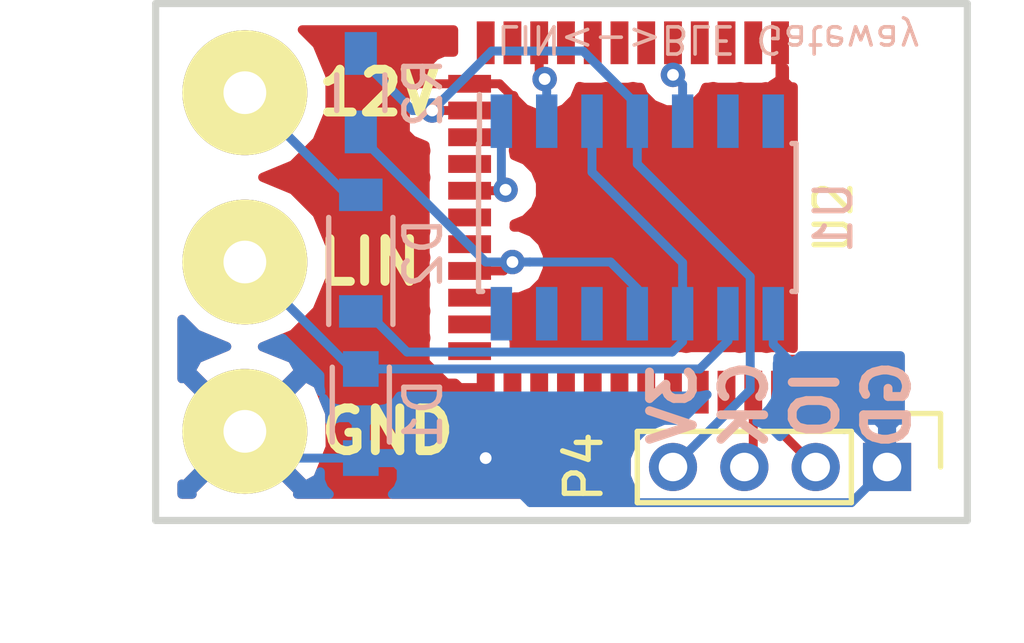
<source format=kicad_pcb>
(kicad_pcb (version 4) (host pcbnew 4.0.4+e1-6308~48~ubuntu16.04.1-stable)

  (general
    (links 22)
    (no_connects 0)
    (area 141.399999 96.399999 164.350001 111.100001)
    (thickness 1.6)
    (drawings 12)
    (tracks 100)
    (zones 0)
    (modules 9)
    (nets 12)
  )

  (page A4)
  (layers
    (0 F.Cu signal)
    (31 B.Cu signal)
    (32 B.Adhes user)
    (33 F.Adhes user)
    (34 B.Paste user)
    (35 F.Paste user)
    (36 B.SilkS user)
    (37 F.SilkS user)
    (38 B.Mask user)
    (39 F.Mask user)
    (40 Dwgs.User user)
    (41 Cmts.User user)
    (42 Eco1.User user)
    (43 Eco2.User user)
    (44 Edge.Cuts user)
    (45 Margin user)
    (46 B.CrtYd user)
    (47 F.CrtYd user)
    (48 B.Fab user)
    (49 F.Fab user)
  )

  (setup
    (last_trace_width 0.25)
    (trace_clearance 0.2)
    (zone_clearance 0.508)
    (zone_45_only no)
    (trace_min 0.1524)
    (segment_width 0.2)
    (edge_width 0.2)
    (via_size 0.6858)
    (via_drill 0.3302)
    (via_min_size 0.6858)
    (via_min_drill 0.3)
    (uvia_size 0.3)
    (uvia_drill 0.1)
    (uvias_allowed no)
    (uvia_min_size 0)
    (uvia_min_drill 0)
    (pcb_text_width 0.3)
    (pcb_text_size 1.5 1.5)
    (mod_edge_width 0.15)
    (mod_text_size 1 1)
    (mod_text_width 0.15)
    (pad_size 1.524 1.524)
    (pad_drill 0.762)
    (pad_to_mask_clearance 0.2)
    (aux_axis_origin 0 0)
    (visible_elements FFFEEF7F)
    (pcbplotparams
      (layerselection 0x00030_80000001)
      (usegerberextensions false)
      (excludeedgelayer true)
      (linewidth 0.100000)
      (plotframeref false)
      (viasonmask false)
      (mode 1)
      (useauxorigin false)
      (hpglpennumber 1)
      (hpglpenspeed 20)
      (hpglpendiameter 15)
      (hpglpenoverlay 2)
      (psnegative false)
      (psa4output false)
      (plotreference true)
      (plotvalue true)
      (plotinvisibletext false)
      (padsonsilk false)
      (subtractmaskfromsilk false)
      (outputformat 1)
      (mirror false)
      (drillshape 1)
      (scaleselection 1)
      (outputdirectory ""))
  )

  (net 0 "")
  (net 1 GND)
  (net 2 +12V)
  (net 3 "Net-(R2-Pad2)")
  (net 4 "Net-(U1-Pad1)")
  (net 5 "Net-(U1-Pad2)")
  (net 6 "Net-(U1-Pad5)")
  (net 7 "Net-(P4-Pad2)")
  (net 8 "Net-(P4-Pad3)")
  (net 9 "Net-(D1-Pad1)")
  (net 10 "Net-(D2-Pad2)")
  (net 11 +3V3)

  (net_class Default "This is the default net class."
    (clearance 0.2)
    (trace_width 0.25)
    (via_dia 0.6858)
    (via_drill 0.3302)
    (uvia_dia 0.3)
    (uvia_drill 0.1)
    (add_net +12V)
    (add_net +3V3)
    (add_net GND)
    (add_net "Net-(D1-Pad1)")
    (add_net "Net-(D2-Pad2)")
    (add_net "Net-(P4-Pad2)")
    (add_net "Net-(P4-Pad3)")
    (add_net "Net-(R2-Pad2)")
    (add_net "Net-(U1-Pad1)")
    (add_net "Net-(U1-Pad2)")
    (add_net "Net-(U1-Pad5)")
  )

  (module Wire_Pads:SolderWirePad_single_1-2mmDrill (layer F.Cu) (tedit 58086663) (tstamp 58085846)
    (at 144 99)
    (path /5807317B)
    (fp_text reference P3 (at -1.5 2) (layer F.SilkS) hide
      (effects (font (size 1 1) (thickness 0.15)))
    )
    (fp_text value CONN_01X01 (at -1.905 3.175) (layer F.Fab)
      (effects (font (size 1 1) (thickness 0.15)))
    )
    (pad 1 thru_hole circle (at 0 0) (size 3.50012 3.50012) (drill 1.19888) (layers *.Cu *.Mask F.SilkS)
      (net 10 "Net-(D2-Pad2)"))
  )

  (module footprints:BL652-SA (layer F.Cu) (tedit 580709F4) (tstamp 580718EF)
    (at 157.5 102.5 270)
    (path /5807152B)
    (fp_text reference U2 (at 0 -3 270) (layer F.SilkS)
      (effects (font (size 1 1) (thickness 0.15)))
    )
    (fp_text value BL652 (at -0.65 -3.3 270) (layer F.Fab)
      (effects (font (size 1 1) (thickness 0.15)))
    )
    (fp_line (start -5 7.3) (end -5 -6.7) (layer F.CrtYd) (width 0.15))
    (fp_line (start 5 7.3) (end -5 7.3) (layer F.CrtYd) (width 0.15))
    (fp_line (start 5 -6.7) (end 5 7.3) (layer F.CrtYd) (width 0.15))
    (fp_line (start 5 -6.7) (end -5 -6.7) (layer F.CrtYd) (width 0.15))
    (pad 1 smd rect (at 4.9 -4.5 270) (size 1.2 0.5) (layers F.Cu F.Paste F.Mask)
      (net 1 GND))
    (pad 2 smd rect (at 4.9 -3.75 270) (size 1.2 0.5) (layers F.Cu F.Paste F.Mask))
    (pad 3 smd rect (at 4.9 -3 270) (size 1.2 0.5) (layers F.Cu F.Paste F.Mask))
    (pad 4 smd rect (at 4.9 -2.25 270) (size 1.2 0.5) (layers F.Cu F.Paste F.Mask))
    (pad 5 smd rect (at 4.9 -1.5 270) (size 1.2 0.5) (layers F.Cu F.Paste F.Mask)
      (net 7 "Net-(P4-Pad2)"))
    (pad 6 smd rect (at 4.9 -0.75 270) (size 1.2 0.5) (layers F.Cu F.Paste F.Mask)
      (net 8 "Net-(P4-Pad3)"))
    (pad 7 smd rect (at 4.9 0 270) (size 1.2 0.5) (layers F.Cu F.Paste F.Mask))
    (pad 8 smd rect (at 4.9 0.75 270) (size 1.2 0.5) (layers F.Cu F.Paste F.Mask))
    (pad 9 smd rect (at 4.9 1.5 270) (size 1.2 0.5) (layers F.Cu F.Paste F.Mask))
    (pad 10 smd rect (at 4.9 2.25 270) (size 1.2 0.5) (layers F.Cu F.Paste F.Mask))
    (pad 11 smd rect (at 4.9 3 270) (size 1.2 0.5) (layers F.Cu F.Paste F.Mask))
    (pad 12 smd rect (at 4.9 3.75 270) (size 1.2 0.5) (layers F.Cu F.Paste F.Mask))
    (pad 13 smd rect (at 4.9 4.5 270) (size 1.2 0.5) (layers F.Cu F.Paste F.Mask))
    (pad 14 smd rect (at 4.9 5.25 270) (size 1.2 0.5) (layers F.Cu F.Paste F.Mask))
    (pad 15 smd rect (at 4.9 6 270) (size 1.2 0.5) (layers F.Cu F.Paste F.Mask))
    (pad 16 smd rect (at 4.9 6.75 270) (size 1.2 0.5) (layers F.Cu F.Paste F.Mask)
      (net 1 GND))
    (pad 17 smd rect (at 3.75 7.2 180) (size 1.2 0.5) (layers F.Cu F.Paste F.Mask))
    (pad 18 smd rect (at 3 7.2 180) (size 1.2 0.5) (layers F.Cu F.Paste F.Mask))
    (pad 19 smd rect (at 2.25 7.2 180) (size 1.2 0.5) (layers F.Cu F.Paste F.Mask))
    (pad 20 smd rect (at 1.5 7.2 180) (size 1.2 0.5) (layers F.Cu F.Paste F.Mask)
      (net 3 "Net-(R2-Pad2)"))
    (pad 21 smd rect (at 0.75 7.2 180) (size 1.2 0.5) (layers F.Cu F.Paste F.Mask))
    (pad 22 smd rect (at 0 7.2 180) (size 1.2 0.5) (layers F.Cu F.Paste F.Mask))
    (pad 23 smd rect (at -0.75 7.2 180) (size 1.2 0.5) (layers F.Cu F.Paste F.Mask)
      (net 4 "Net-(U1-Pad1)"))
    (pad 24 smd rect (at -1.5 7.2 180) (size 1.2 0.5) (layers F.Cu F.Paste F.Mask))
    (pad 25 smd rect (at -2.25 7.2 180) (size 1.2 0.5) (layers F.Cu F.Paste F.Mask))
    (pad 26 smd rect (at -3 7.2 180) (size 1.2 0.5) (layers F.Cu F.Paste F.Mask)
      (net 11 +3V3))
    (pad 27 smd rect (at -3.75 7.2 180) (size 1.2 0.5) (layers F.Cu F.Paste F.Mask)
      (net 1 GND))
    (pad 28 smd rect (at -4.9 6.75 270) (size 1.2 0.5) (layers F.Cu F.Paste F.Mask))
    (pad 29 smd rect (at -4.9 6 270) (size 1.2 0.5) (layers F.Cu F.Paste F.Mask))
    (pad 30 smd rect (at -4.9 5.25 270) (size 1.2 0.5) (layers F.Cu F.Paste F.Mask)
      (net 5 "Net-(U1-Pad2)"))
    (pad 31 smd rect (at -4.9 4.5 270) (size 1.2 0.5) (layers F.Cu F.Paste F.Mask))
    (pad 32 smd rect (at -4.9 3.75 270) (size 1.2 0.5) (layers F.Cu F.Paste F.Mask))
    (pad 33 smd rect (at -4.9 3 270) (size 1.2 0.5) (layers F.Cu F.Paste F.Mask))
    (pad 34 smd rect (at -4.9 2.25 270) (size 1.2 0.5) (layers F.Cu F.Paste F.Mask))
    (pad 35 smd rect (at -4.9 1.5 270) (size 1.2 0.5) (layers F.Cu F.Paste F.Mask)
      (net 6 "Net-(U1-Pad5)"))
    (pad 36 smd rect (at -4.9 0.75 270) (size 1.2 0.5) (layers F.Cu F.Paste F.Mask))
    (pad 37 smd rect (at -4.9 0 270) (size 1.2 0.5) (layers F.Cu F.Paste F.Mask))
    (pad 38 smd rect (at -4.9 -0.75 270) (size 1.2 0.5) (layers F.Cu F.Paste F.Mask))
    (pad 39 smd rect (at -4.9 -1.5 270) (size 1.2 0.5) (layers F.Cu F.Paste F.Mask)
      (net 1 GND))
  )

  (module Resistors_SMD:R_0603_HandSoldering (layer B.Cu) (tedit 5418A00F) (tstamp 58071F28)
    (at 147.25 99 270)
    (descr "Resistor SMD 0603, hand soldering")
    (tags "resistor 0603")
    (path /58073BC8)
    (attr smd)
    (fp_text reference R2 (at 0 -1.75 270) (layer B.SilkS)
      (effects (font (size 1 1) (thickness 0.15)) (justify mirror))
    )
    (fp_text value 10k (at 0 -1.9 270) (layer B.Fab)
      (effects (font (size 1 1) (thickness 0.15)) (justify mirror))
    )
    (fp_line (start -2 0.8) (end 2 0.8) (layer B.CrtYd) (width 0.05))
    (fp_line (start -2 -0.8) (end 2 -0.8) (layer B.CrtYd) (width 0.05))
    (fp_line (start -2 0.8) (end -2 -0.8) (layer B.CrtYd) (width 0.05))
    (fp_line (start 2 0.8) (end 2 -0.8) (layer B.CrtYd) (width 0.05))
    (fp_line (start 0.5 -0.675) (end -0.5 -0.675) (layer B.SilkS) (width 0.15))
    (fp_line (start -0.5 0.675) (end 0.5 0.675) (layer B.SilkS) (width 0.15))
    (pad 1 smd rect (at -1.1 0 270) (size 1.2 0.9) (layers B.Cu B.Paste B.Mask)
      (net 11 +3V3))
    (pad 2 smd rect (at 1.1 0 270) (size 1.2 0.9) (layers B.Cu B.Paste B.Mask)
      (net 3 "Net-(R2-Pad2)"))
    (model Resistors_SMD.3dshapes/R_0603_HandSoldering.wrl
      (at (xyz 0 0 0))
      (scale (xyz 1 1 1))
      (rotate (xyz 0 0 0))
    )
  )

  (module Housings_SOIC:SOIC-14_3.9x8.7mm_Pitch1.27mm (layer B.Cu) (tedit 574D9791) (tstamp 580718C0)
    (at 155 102.5 270)
    (descr "14-Lead Plastic Small Outline (SL) - Narrow, 3.90 mm Body [SOIC] (see Microchip Packaging Specification 00000049BS.pdf)")
    (tags "SOIC 1.27")
    (path /5807224D)
    (attr smd)
    (fp_text reference U1 (at 0 -5.5 270) (layer B.SilkS)
      (effects (font (size 1 1) (thickness 0.15)) (justify mirror))
    )
    (fp_text value MCP2050 (at 0 -5.375 270) (layer B.Fab)
      (effects (font (size 1 1) (thickness 0.15)) (justify mirror))
    )
    (fp_line (start -0.95 4.35) (end 1.95 4.35) (layer B.Fab) (width 0.15))
    (fp_line (start 1.95 4.35) (end 1.95 -4.35) (layer B.Fab) (width 0.15))
    (fp_line (start 1.95 -4.35) (end -1.95 -4.35) (layer B.Fab) (width 0.15))
    (fp_line (start -1.95 -4.35) (end -1.95 3.35) (layer B.Fab) (width 0.15))
    (fp_line (start -1.95 3.35) (end -0.95 4.35) (layer B.Fab) (width 0.15))
    (fp_line (start -3.7 4.65) (end -3.7 -4.65) (layer B.CrtYd) (width 0.05))
    (fp_line (start 3.7 4.65) (end 3.7 -4.65) (layer B.CrtYd) (width 0.05))
    (fp_line (start -3.7 4.65) (end 3.7 4.65) (layer B.CrtYd) (width 0.05))
    (fp_line (start -3.7 -4.65) (end 3.7 -4.65) (layer B.CrtYd) (width 0.05))
    (fp_line (start -2.075 4.45) (end -2.075 4.425) (layer B.SilkS) (width 0.15))
    (fp_line (start 2.075 4.45) (end 2.075 4.335) (layer B.SilkS) (width 0.15))
    (fp_line (start 2.075 -4.45) (end 2.075 -4.335) (layer B.SilkS) (width 0.15))
    (fp_line (start -2.075 -4.45) (end -2.075 -4.335) (layer B.SilkS) (width 0.15))
    (fp_line (start -2.075 4.45) (end 2.075 4.45) (layer B.SilkS) (width 0.15))
    (fp_line (start -2.075 -4.45) (end 2.075 -4.45) (layer B.SilkS) (width 0.15))
    (fp_line (start -2.075 4.425) (end -3.45 4.425) (layer B.SilkS) (width 0.15))
    (pad 1 smd rect (at -2.7 3.81 270) (size 1.5 0.6) (layers B.Cu B.Paste B.Mask)
      (net 4 "Net-(U1-Pad1)"))
    (pad 2 smd rect (at -2.7 2.54 270) (size 1.5 0.6) (layers B.Cu B.Paste B.Mask)
      (net 5 "Net-(U1-Pad2)"))
    (pad 3 smd rect (at -2.7 1.27 270) (size 1.5 0.6) (layers B.Cu B.Paste B.Mask)
      (net 2 +12V))
    (pad 4 smd rect (at -2.7 0 270) (size 1.5 0.6) (layers B.Cu B.Paste B.Mask)
      (net 11 +3V3))
    (pad 5 smd rect (at -2.7 -1.27 270) (size 1.5 0.6) (layers B.Cu B.Paste B.Mask)
      (net 6 "Net-(U1-Pad5)"))
    (pad 6 smd rect (at -2.7 -2.54 270) (size 1.5 0.6) (layers B.Cu B.Paste B.Mask))
    (pad 7 smd rect (at -2.7 -3.81 270) (size 1.5 0.6) (layers B.Cu B.Paste B.Mask))
    (pad 8 smd rect (at 2.7 -3.81 270) (size 1.5 0.6) (layers B.Cu B.Paste B.Mask)
      (net 1 GND))
    (pad 9 smd rect (at 2.7 -2.54 270) (size 1.5 0.6) (layers B.Cu B.Paste B.Mask)
      (net 9 "Net-(D1-Pad1)"))
    (pad 10 smd rect (at 2.7 -1.27 270) (size 1.5 0.6) (layers B.Cu B.Paste B.Mask)
      (net 2 +12V))
    (pad 11 smd rect (at 2.7 0 270) (size 1.5 0.6) (layers B.Cu B.Paste B.Mask)
      (net 3 "Net-(R2-Pad2)"))
    (pad 12 smd rect (at 2.7 1.27 270) (size 1.5 0.6) (layers B.Cu B.Paste B.Mask))
    (pad 13 smd rect (at 2.7 2.54 270) (size 1.5 0.6) (layers B.Cu B.Paste B.Mask))
    (pad 14 smd rect (at 2.7 3.81 270) (size 1.5 0.6) (layers B.Cu B.Paste B.Mask))
    (model Housings_SOIC.3dshapes/SOIC-14_3.9x8.7mm_Pitch1.27mm.wrl
      (at (xyz 0 0 0))
      (scale (xyz 1 1 1))
      (rotate (xyz 0 0 0))
    )
  )

  (module Wire_Pads:SolderWirePad_single_1-2mmDrill (layer F.Cu) (tedit 58086669) (tstamp 5808583E)
    (at 144 108.5)
    (path /580732CF)
    (fp_text reference P1 (at -1.5 1.75) (layer F.SilkS) hide
      (effects (font (size 1 1) (thickness 0.15)))
    )
    (fp_text value CONN_01X01 (at -1.905 3.175) (layer F.Fab)
      (effects (font (size 1 1) (thickness 0.15)))
    )
    (pad 1 thru_hole circle (at 0 0) (size 3.50012 3.50012) (drill 1.19888) (layers *.Cu *.Mask F.SilkS)
      (net 1 GND))
  )

  (module Wire_Pads:SolderWirePad_single_1-2mmDrill (layer F.Cu) (tedit 58086667) (tstamp 58085842)
    (at 144 103.75)
    (path /58073289)
    (fp_text reference P2 (at -1.5 2) (layer F.SilkS) hide
      (effects (font (size 1 1) (thickness 0.15)))
    )
    (fp_text value CONN_01X01 (at -1.905 3.175) (layer F.Fab)
      (effects (font (size 1 1) (thickness 0.15)))
    )
    (pad 1 thru_hole circle (at 0 0) (size 3.50012 3.50012) (drill 1.19888) (layers *.Cu *.Mask F.SilkS)
      (net 9 "Net-(D1-Pad1)"))
  )

  (module Diodes_SMD:SOD-323_HandSoldering (layer B.Cu) (tedit 57A875DC) (tstamp 580859B7)
    (at 147.25 108 270)
    (descr SOD-323)
    (tags SOD-323)
    (path /58088341)
    (attr smd)
    (fp_text reference D1 (at 0 -1.75 270) (layer B.SilkS)
      (effects (font (size 1 1) (thickness 0.15)) (justify mirror))
    )
    (fp_text value RSB36V (at 0.1 -1.9 270) (layer B.Fab)
      (effects (font (size 1 1) (thickness 0.15)) (justify mirror))
    )
    (fp_line (start 0.2 0) (end 0.45 0) (layer B.Fab) (width 0.15))
    (fp_line (start 0.2 -0.35) (end -0.3 0) (layer B.Fab) (width 0.15))
    (fp_line (start 0.2 0.35) (end 0.2 -0.35) (layer B.Fab) (width 0.15))
    (fp_line (start -0.3 0) (end 0.2 0.35) (layer B.Fab) (width 0.15))
    (fp_line (start -0.3 0) (end -0.5 0) (layer B.Fab) (width 0.15))
    (fp_line (start -0.3 0.35) (end -0.3 -0.35) (layer B.Fab) (width 0.15))
    (fp_line (start -0.85 -0.65) (end -0.85 0.65) (layer B.Fab) (width 0.15))
    (fp_line (start 0.85 -0.65) (end -0.85 -0.65) (layer B.Fab) (width 0.15))
    (fp_line (start 0.85 0.65) (end 0.85 -0.65) (layer B.Fab) (width 0.15))
    (fp_line (start -0.85 0.65) (end 0.85 0.65) (layer B.Fab) (width 0.15))
    (fp_line (start -1.9 0.95) (end 1.9 0.95) (layer B.CrtYd) (width 0.05))
    (fp_line (start 1.9 0.95) (end 1.9 -0.95) (layer B.CrtYd) (width 0.05))
    (fp_line (start -1.9 -0.95) (end 1.9 -0.95) (layer B.CrtYd) (width 0.05))
    (fp_line (start -1.9 0.95) (end -1.9 -0.95) (layer B.CrtYd) (width 0.05))
    (fp_line (start -1.3 -0.8) (end 0.8 -0.8) (layer B.SilkS) (width 0.15))
    (fp_line (start -1.3 0.8) (end 0.8 0.8) (layer B.SilkS) (width 0.15))
    (pad 1 smd rect (at -1.25 0 270) (size 1 1) (layers B.Cu B.Paste B.Mask)
      (net 9 "Net-(D1-Pad1)"))
    (pad 2 smd rect (at 1.25 0 270) (size 1 1) (layers B.Cu B.Paste B.Mask)
      (net 1 GND))
    (model Diodes_SMD.3dshapes/SOD-323.wrl
      (at (xyz 0 0 0))
      (scale (xyz 1 1 1))
      (rotate (xyz 0 0 180))
    )
  )

  (module Diodes_SMD:SOD-123 (layer B.Cu) (tedit 5753A53E) (tstamp 580859BD)
    (at 147.25 103.5 90)
    (descr SOD-123)
    (tags SOD-123)
    (path /58088008)
    (attr smd)
    (fp_text reference D2 (at 0 1.75 90) (layer B.SilkS)
      (effects (font (size 1 1) (thickness 0.15)) (justify mirror))
    )
    (fp_text value D (at 0 -2.1 90) (layer B.Fab)
      (effects (font (size 1 1) (thickness 0.15)) (justify mirror))
    )
    (fp_line (start 0.25 0) (end 0.75 0) (layer B.Fab) (width 0.15))
    (fp_line (start 0.25 -0.4) (end -0.35 0) (layer B.Fab) (width 0.15))
    (fp_line (start 0.25 0.4) (end 0.25 -0.4) (layer B.Fab) (width 0.15))
    (fp_line (start -0.35 0) (end 0.25 0.4) (layer B.Fab) (width 0.15))
    (fp_line (start -0.35 0) (end -0.35 -0.55) (layer B.Fab) (width 0.15))
    (fp_line (start -0.35 0) (end -0.35 0.55) (layer B.Fab) (width 0.15))
    (fp_line (start -0.75 0) (end -0.35 0) (layer B.Fab) (width 0.15))
    (fp_line (start -1.35 -0.8) (end -1.35 0.8) (layer B.Fab) (width 0.15))
    (fp_line (start 1.35 -0.8) (end -1.35 -0.8) (layer B.Fab) (width 0.15))
    (fp_line (start 1.35 0.8) (end 1.35 -0.8) (layer B.Fab) (width 0.15))
    (fp_line (start -1.35 0.8) (end 1.35 0.8) (layer B.Fab) (width 0.15))
    (fp_line (start -2.25 1.05) (end 2.25 1.05) (layer B.CrtYd) (width 0.05))
    (fp_line (start 2.25 1.05) (end 2.25 -1.05) (layer B.CrtYd) (width 0.05))
    (fp_line (start 2.25 -1.05) (end -2.25 -1.05) (layer B.CrtYd) (width 0.05))
    (fp_line (start -2.25 1.05) (end -2.25 -1.05) (layer B.CrtYd) (width 0.05))
    (fp_line (start -2 -0.9) (end 1 -0.9) (layer B.SilkS) (width 0.15))
    (fp_line (start -2 0.9) (end 1 0.9) (layer B.SilkS) (width 0.15))
    (pad 1 smd rect (at -1.635 0 90) (size 0.91 1.22) (layers B.Cu B.Paste B.Mask)
      (net 2 +12V))
    (pad 2 smd rect (at 1.635 0 90) (size 0.91 1.22) (layers B.Cu B.Paste B.Mask)
      (net 10 "Net-(D2-Pad2)"))
    (model ${KISYS3DMOD}/Diodes_SMD.3dshapes/SOD-123.wrl
      (at (xyz 0 0 0))
      (scale (xyz 1 1 1))
      (rotate (xyz 0 0 0))
    )
  )

  (module Pin_Headers:Pin_Header_Straight_1x04_Pitch2.00mm (layer F.Cu) (tedit 56FA75DA) (tstamp 58085EF5)
    (at 162 109.5 270)
    (descr "Through hole pin header, 1x04, 2.00mm pitch, single row")
    (tags "pin header single row")
    (path /580874C5)
    (fp_text reference P4 (at 0 8.5 270) (layer F.SilkS)
      (effects (font (size 1 1) (thickness 0.15)))
    )
    (fp_text value CONN_01X03 (at 0 -3 270) (layer F.Fab)
      (effects (font (size 1 1) (thickness 0.15)))
    )
    (fp_line (start -1 1) (end 1 1) (layer F.SilkS) (width 0.15))
    (fp_line (start 1 1) (end 1 7) (layer F.SilkS) (width 0.15))
    (fp_line (start 1 7) (end -1 7) (layer F.SilkS) (width 0.15))
    (fp_line (start -1 7) (end -1 1) (layer F.SilkS) (width 0.15))
    (fp_line (start -1.6 -1.6) (end 1.6 -1.6) (layer F.CrtYd) (width 0.05))
    (fp_line (start 1.6 -1.6) (end 1.6 7.6) (layer F.CrtYd) (width 0.05))
    (fp_line (start 1.6 7.6) (end -1.6 7.6) (layer F.CrtYd) (width 0.05))
    (fp_line (start -1.6 7.6) (end -1.6 -1.6) (layer F.CrtYd) (width 0.05))
    (fp_line (start -1.5 0) (end -1.5 -1.5) (layer F.SilkS) (width 0.15))
    (fp_line (start -1.5 -1.5) (end 0 -1.5) (layer F.SilkS) (width 0.15))
    (pad 1 thru_hole rect (at 0 0 270) (size 1.35 1.35) (drill 0.8) (layers *.Cu *.Mask)
      (net 1 GND))
    (pad 2 thru_hole circle (at 0 2 270) (size 1.35 1.35) (drill 0.8) (layers *.Cu *.Mask)
      (net 7 "Net-(P4-Pad2)"))
    (pad 3 thru_hole circle (at 0 4 270) (size 1.35 1.35) (drill 0.8) (layers *.Cu *.Mask)
      (net 8 "Net-(P4-Pad3)"))
    (pad 4 thru_hole circle (at 0 6 270) (size 1.35 1.35) (drill 0.8) (layers *.Cu *.Mask)
      (net 11 +3V3))
    (model Pin_Headers.3dshapes/Pin_Header_Straight_1x04_Pitch2.00mm.wrl
      (at (xyz 0 0 0))
      (scale (xyz 1 1 1))
      (rotate (xyz 0 0 0))
    )
  )

  (gr_text "LIN<->BLE Gateway" (at 157 97.5 180) (layer B.SilkS)
    (effects (font (size 0.762 0.762) (thickness 0.1016)) (justify mirror))
  )
  (gr_text 12V (at 147.75 99) (layer F.SilkS) (tstamp 580866BB)
    (effects (font (size 1.2 1.2) (thickness 0.25)))
  )
  (gr_text GND (at 148 108.5) (layer F.SilkS) (tstamp 580866A5)
    (effects (font (size 1.2 1.2) (thickness 0.25)))
  )
  (gr_text LIN (at 147.5 103.75) (layer F.SilkS) (tstamp 58086673)
    (effects (font (size 1.2 1.2) (thickness 0.25)))
  )
  (gr_text 3V (at 156 107.75 90) (layer B.SilkS) (tstamp 580865F5)
    (effects (font (size 1.2 1.2) (thickness 0.25)) (justify mirror))
  )
  (gr_text CK (at 158 107.75 90) (layer B.SilkS) (tstamp 580865F4)
    (effects (font (size 1.2 1.2) (thickness 0.25)) (justify mirror))
  )
  (gr_text GD (at 162 107.75 90) (layer B.SilkS) (tstamp 580865F1)
    (effects (font (size 1.2 1.2) (thickness 0.25)) (justify mirror))
  )
  (gr_text IO (at 160 107.75 90) (layer B.SilkS)
    (effects (font (size 1.2 1.2) (thickness 0.25)) (justify mirror))
  )
  (gr_line (start 141.5 96.5) (end 164.25 96.5) (layer Edge.Cuts) (width 0.2))
  (gr_line (start 141.5 111) (end 141.5 96.5) (layer Edge.Cuts) (width 0.2))
  (gr_line (start 164.25 111) (end 141.5 111) (layer Edge.Cuts) (width 0.2))
  (gr_line (start 164.25 96.5) (end 164.25 111) (layer Edge.Cuts) (width 0.2))

  (segment (start 164.25 111) (end 164.25 96.25) (width 0.25) (layer Dwgs.User) (net 0))
  (segment (start 164.25 96.5) (end 164.25 111) (width 0.25) (layer Dwgs.User) (net 0))
  (segment (start 150.3 98.75) (end 148.82497 98.75) (width 0.25) (layer F.Cu) (net 1))
  (segment (start 148.82497 98.75) (end 148.5 99.07497) (width 0.25) (layer F.Cu) (net 1))
  (segment (start 148.5 99.07497) (end 148.5 106.000022) (width 0.25) (layer F.Cu) (net 1))
  (segment (start 148.5 106.000022) (end 149.899978 107.4) (width 0.25) (layer F.Cu) (net 1))
  (segment (start 149.899978 107.4) (end 150.25 107.4) (width 0.25) (layer F.Cu) (net 1))
  (segment (start 150.25 107.4) (end 150.75 107.4) (width 0.25) (layer F.Cu) (net 1))
  (segment (start 162 109.5) (end 160.999999 110.500001) (width 0.25) (layer B.Cu) (net 1))
  (segment (start 160.999999 110.500001) (end 151.999989 110.500001) (width 0.25) (layer B.Cu) (net 1))
  (segment (start 151.999989 110.500001) (end 151.049987 109.549999) (width 0.25) (layer B.Cu) (net 1))
  (segment (start 151.049987 109.549999) (end 150.749988 109.25) (width 0.25) (layer B.Cu) (net 1))
  (segment (start 150.75 109.249988) (end 150.749988 109.25) (width 0.25) (layer B.Cu) (net 1))
  (segment (start 150.749988 108.250012) (end 150.749988 108.825736) (width 0.25) (layer F.Cu) (net 1))
  (segment (start 150.75 108.25) (end 150.749988 108.250012) (width 0.25) (layer F.Cu) (net 1))
  (segment (start 150.749988 108.825736) (end 150.749988 109.25) (width 0.25) (layer F.Cu) (net 1))
  (segment (start 150.75 109.249988) (end 150.749988 109.25) (width 0.25) (layer F.Cu) (net 1))
  (via (at 150.749988 109.25) (size 0.6858) (drill 0.3302) (layers F.Cu B.Cu) (net 1))
  (segment (start 150.75 107.4) (end 150.75 109.249988) (width 0.25) (layer F.Cu) (net 1))
  (segment (start 147.25 109.25) (end 150.749988 109.25) (width 0.25) (layer B.Cu) (net 1))
  (segment (start 158.81 105.2) (end 158.81 106.06) (width 0.25) (layer B.Cu) (net 1))
  (segment (start 158.81 106.06) (end 162 109.25) (width 0.25) (layer B.Cu) (net 1))
  (segment (start 162 109.25) (end 162 109.5) (width 0.25) (layer B.Cu) (net 1))
  (segment (start 159 97.6) (end 159 99.75) (width 0.25) (layer F.Cu) (net 1))
  (segment (start 150.3 98.75) (end 151.139999 98.75) (width 0.25) (layer F.Cu) (net 1))
  (segment (start 151.139999 98.75) (end 152.14001 99.750011) (width 0.25) (layer F.Cu) (net 1))
  (segment (start 152.14001 99.750011) (end 158.999989 99.750011) (width 0.25) (layer F.Cu) (net 1))
  (segment (start 158.999989 99.750011) (end 159 99.75) (width 0.25) (layer F.Cu) (net 1))
  (segment (start 159 99.75) (end 159 106.474999) (width 0.25) (layer F.Cu) (net 1))
  (segment (start 147.25 109.25) (end 144.75 109.25) (width 0.25) (layer B.Cu) (net 1))
  (segment (start 144.75 109.25) (end 144 108.5) (width 0.25) (layer B.Cu) (net 1))
  (segment (start 162 107.4) (end 162 109.5) (width 0.25) (layer F.Cu) (net 1))
  (segment (start 159 106.474999) (end 161.760001 106.474999) (width 0.25) (layer F.Cu) (net 1))
  (segment (start 161.760001 106.474999) (end 162 106.714998) (width 0.25) (layer F.Cu) (net 1))
  (segment (start 162 106.714998) (end 162 107.4) (width 0.25) (layer F.Cu) (net 1))
  (segment (start 162 109.5) (end 161.5 110) (width 0.25) (layer F.Cu) (net 1))
  (segment (start 156.27 105.2) (end 156.27 105.98) (width 0.25) (layer B.Cu) (net 2))
  (segment (start 156.27 105.98) (end 155.974999 106.275001) (width 0.25) (layer B.Cu) (net 2))
  (segment (start 155.974999 106.275001) (end 148.545001 106.275001) (width 0.25) (layer B.Cu) (net 2))
  (segment (start 148.545001 106.275001) (end 147.405 105.135) (width 0.25) (layer B.Cu) (net 2))
  (segment (start 147.405 105.135) (end 147.25 105.135) (width 0.25) (layer B.Cu) (net 2))
  (segment (start 153.73 99.8) (end 153.73 101.23) (width 0.25) (layer B.Cu) (net 2))
  (segment (start 153.73 101.23) (end 156.27 103.77) (width 0.25) (layer B.Cu) (net 2))
  (segment (start 156.27 103.77) (end 156.27 104.2) (width 0.25) (layer B.Cu) (net 2))
  (segment (start 156.27 104.2) (end 156.27 105.2) (width 0.25) (layer B.Cu) (net 2))
  (segment (start 155 105.2) (end 155 104.5) (width 0.25) (layer B.Cu) (net 3))
  (segment (start 154.250016 103.750016) (end 151.984933 103.750016) (width 0.25) (layer B.Cu) (net 3))
  (segment (start 155 104.5) (end 154.250016 103.750016) (width 0.25) (layer B.Cu) (net 3))
  (segment (start 151.984933 103.750016) (end 151.5 103.750016) (width 0.25) (layer B.Cu) (net 3))
  (segment (start 150.3 104) (end 151.25 104) (width 0.25) (layer F.Cu) (net 3))
  (segment (start 151.25 104) (end 151.5 103.75) (width 0.25) (layer F.Cu) (net 3))
  (segment (start 151.5 103.75) (end 151.5 103.750016) (width 0.25) (layer F.Cu) (net 3))
  (segment (start 147.25 100.1) (end 147.25 100.25) (width 0.25) (layer B.Cu) (net 3))
  (segment (start 151.499984 103.750016) (end 151.5 103.750016) (width 0.25) (layer B.Cu) (net 3))
  (segment (start 147.25 100.25) (end 150.75 103.75) (width 0.25) (layer B.Cu) (net 3))
  (segment (start 150.75 103.75) (end 151.499968 103.75) (width 0.25) (layer B.Cu) (net 3))
  (segment (start 151.499968 103.75) (end 151.499984 103.750016) (width 0.25) (layer B.Cu) (net 3))
  (via (at 151.5 103.750016) (size 0.6858) (drill 0.3302) (layers F.Cu B.Cu) (net 3))
  (segment (start 151.19 101.607331) (end 151.30689 101.724221) (width 0.25) (layer B.Cu) (net 4))
  (segment (start 151.19 99.8) (end 151.19 101.607331) (width 0.25) (layer B.Cu) (net 4))
  (segment (start 150.3 101.75) (end 151.281111 101.75) (width 0.25) (layer F.Cu) (net 4))
  (segment (start 151.281111 101.75) (end 151.30689 101.724221) (width 0.25) (layer F.Cu) (net 4))
  (via (at 151.30689 101.724221) (size 0.6858) (drill 0.3302) (layers F.Cu B.Cu) (net 4))
  (segment (start 152.46 98.674646) (end 152.402436 98.617082) (width 0.25) (layer B.Cu) (net 5))
  (segment (start 152.46 99.8) (end 152.46 98.674646) (width 0.25) (layer B.Cu) (net 5))
  (via (at 152.402436 98.617082) (size 0.6858) (drill 0.3302) (layers F.Cu B.Cu) (net 5))
  (segment (start 152.25 98.464646) (end 152.402436 98.617082) (width 0.25) (layer F.Cu) (net 5))
  (segment (start 152.25 97.6) (end 152.25 98.464646) (width 0.25) (layer F.Cu) (net 5))
  (segment (start 156 98.5) (end 156 97.6) (width 0.25) (layer F.Cu) (net 6))
  (segment (start 156.27 99.8) (end 156.27 98.77) (width 0.25) (layer B.Cu) (net 6))
  (segment (start 156.27 98.77) (end 156 98.5) (width 0.25) (layer B.Cu) (net 6))
  (via (at 156 98.5) (size 0.6858) (drill 0.3302) (layers F.Cu B.Cu) (net 6))
  (segment (start 159 107.4) (end 159 108.5) (width 0.25) (layer F.Cu) (net 7))
  (segment (start 159 108.5) (end 160 109.5) (width 0.25) (layer F.Cu) (net 7))
  (segment (start 158.25 107.4) (end 158.25 109.25) (width 0.25) (layer F.Cu) (net 8))
  (segment (start 158.25 109.25) (end 158 109.5) (width 0.25) (layer F.Cu) (net 8))
  (segment (start 147.25 106.75) (end 156.75 106.75) (width 0.25) (layer B.Cu) (net 9))
  (segment (start 156.75 106.75) (end 157.54 105.96) (width 0.25) (layer B.Cu) (net 9))
  (segment (start 157.54 105.96) (end 157.54 105.2) (width 0.25) (layer B.Cu) (net 9))
  (segment (start 144 103.75) (end 147 106.75) (width 0.25) (layer B.Cu) (net 9))
  (segment (start 147 106.75) (end 147.25 106.75) (width 0.25) (layer B.Cu) (net 9))
  (segment (start 147.25 101.865) (end 146.865 101.865) (width 0.25) (layer B.Cu) (net 10))
  (segment (start 146.865 101.865) (end 144 99) (width 0.25) (layer B.Cu) (net 10))
  (segment (start 149.592847 99.157101) (end 149.249948 99.5) (width 0.25) (layer B.Cu) (net 11))
  (segment (start 150.917856 97.832092) (end 149.592847 99.157101) (width 0.25) (layer B.Cu) (net 11))
  (segment (start 153.482092 97.832092) (end 150.917856 97.832092) (width 0.25) (layer B.Cu) (net 11))
  (segment (start 155 99.35) (end 153.482092 97.832092) (width 0.25) (layer B.Cu) (net 11))
  (segment (start 155 99.8) (end 155 99.35) (width 0.25) (layer B.Cu) (net 11))
  (segment (start 147.25 98.05) (end 148.7 99.5) (width 0.25) (layer B.Cu) (net 11))
  (segment (start 147.25 97.9) (end 147.25 98.05) (width 0.25) (layer B.Cu) (net 11))
  (segment (start 148.7 99.5) (end 148.825684 99.5) (width 0.25) (layer B.Cu) (net 11))
  (segment (start 148.825684 99.5) (end 149.249948 99.5) (width 0.25) (layer B.Cu) (net 11))
  (via (at 149.249948 99.5) (size 0.6858) (drill 0.3302) (layers F.Cu B.Cu) (net 11))
  (segment (start 150.3 99.5) (end 149.249948 99.5) (width 0.25) (layer F.Cu) (net 11))
  (segment (start 155 99.8) (end 155 101) (width 0.25) (layer B.Cu) (net 11))
  (segment (start 158.165001 107.334999) (end 156.674999 108.825001) (width 0.25) (layer B.Cu) (net 11))
  (segment (start 155 101) (end 158.165001 104.165001) (width 0.25) (layer B.Cu) (net 11))
  (segment (start 158.165001 104.165001) (end 158.165001 107.334999) (width 0.25) (layer B.Cu) (net 11))
  (segment (start 156.674999 108.825001) (end 156 109.5) (width 0.25) (layer B.Cu) (net 11))
  (segment (start 155 99.8) (end 155 99.434998) (width 0.25) (layer B.Cu) (net 11))

  (zone (net 1) (net_name GND) (layer B.Cu) (tstamp 0) (hatch edge 0.508)
    (connect_pads (clearance 0.508))
    (min_thickness 0.254)
    (fill yes (arc_segments 16) (thermal_gap 0.508) (thermal_bridge_width 0.508))
    (polygon
      (pts
        (xy 141.5 96.5) (xy 159.5 96.5) (xy 159.5 106.25) (xy 162.5 106.25) (xy 162.5 111)
        (xy 141.5 111)
      )
    )
    (filled_polygon
      (pts
        (xy 156.234993 108.190205) (xy 155.740568 108.189774) (xy 155.258914 108.388789) (xy 154.890084 108.756976) (xy 154.690228 109.238282)
        (xy 154.689774 109.759432) (xy 154.888789 110.241086) (xy 154.912661 110.265) (xy 148.133026 110.265) (xy 148.288327 110.109698)
        (xy 148.385 109.876309) (xy 148.385 109.53575) (xy 148.22625 109.377) (xy 147.377 109.377) (xy 147.377 109.397)
        (xy 147.123 109.397) (xy 147.123 109.377) (xy 147.103 109.377) (xy 147.103 109.123) (xy 147.123 109.123)
        (xy 147.123 108.27375) (xy 147.377 108.27375) (xy 147.377 109.123) (xy 148.22625 109.123) (xy 148.385 108.96425)
        (xy 148.385 108.623691) (xy 148.288327 108.390302) (xy 148.109699 108.211673) (xy 147.87631 108.115) (xy 147.53575 108.115)
        (xy 147.377 108.27375) (xy 147.123 108.27375) (xy 146.96425 108.115) (xy 146.62369 108.115) (xy 146.390301 108.211673)
        (xy 146.38163 108.220344) (xy 146.378701 107.994668) (xy 146.205449 107.576401) (xy 146.28591 107.701441) (xy 146.49811 107.846431)
        (xy 146.75 107.89744) (xy 147.75 107.89744) (xy 147.985317 107.853162) (xy 148.201441 107.71409) (xy 148.34089 107.51)
        (xy 156.75 107.51) (xy 156.956218 107.46898)
      )
    )
    (filled_polygon
      (pts
        (xy 142.647208 105.770776) (xy 143.493012 106.121985) (xy 142.675328 106.460681) (xy 142.485034 106.805429) (xy 144 108.320395)
        (xy 145.514966 106.805429) (xy 145.324672 106.460681) (xy 144.49074 106.127868) (xy 145.065557 105.890359) (xy 146.10256 106.927362)
        (xy 146.10256 107.25) (xy 146.129455 107.392936) (xy 146.039319 107.175328) (xy 145.694571 106.985034) (xy 144.179605 108.5)
        (xy 145.694571 110.014966) (xy 146.039319 109.824672) (xy 146.115 109.635037) (xy 146.115 109.876309) (xy 146.211673 110.109698)
        (xy 146.366974 110.265) (xy 145.476091 110.265) (xy 145.514966 110.194571) (xy 144 108.679605) (xy 142.485034 110.194571)
        (xy 142.523909 110.265) (xy 142.235 110.265) (xy 142.235 109.976091) (xy 142.305429 110.014966) (xy 143.820395 108.5)
        (xy 142.305429 106.985034) (xy 142.235 107.023909) (xy 142.235 105.357848)
      )
    )
    (filled_polygon
      (pts
        (xy 162.373 108.19) (xy 162.28575 108.19) (xy 162.127 108.34875) (xy 162.127 109.373) (xy 162.147 109.373)
        (xy 162.147 109.627) (xy 162.127 109.627) (xy 162.127 109.647) (xy 161.873 109.647) (xy 161.873 109.627)
        (xy 161.853 109.627) (xy 161.853 109.373) (xy 161.873 109.373) (xy 161.873 108.34875) (xy 161.71425 108.19)
        (xy 161.19869 108.19) (xy 160.965301 108.286673) (xy 160.802406 108.449569) (xy 160.743024 108.390084) (xy 160.261718 108.190228)
        (xy 159.740568 108.189774) (xy 159.258914 108.388789) (xy 158.999871 108.64738) (xy 158.743024 108.390084) (xy 158.348527 108.226275)
        (xy 158.702402 107.8724) (xy 158.867149 107.625838) (xy 158.925001 107.334999) (xy 158.925001 106.585) (xy 158.937002 106.585)
        (xy 158.937002 106.426252) (xy 159.09575 106.585) (xy 159.23631 106.585) (xy 159.469699 106.488327) (xy 159.581025 106.377)
        (xy 162.373 106.377)
      )
    )
  )
  (zone (net 1) (net_name GND) (layer F.Cu) (tstamp 0) (hatch edge 0.508)
    (connect_pads (clearance 0.508))
    (min_thickness 0.254)
    (fill yes (arc_segments 16) (thermal_gap 0.508) (thermal_bridge_width 0.508))
    (polygon
      (pts
        (xy 141.5 96.5) (xy 159.5 96.5) (xy 159.5 106.25) (xy 162.5 106.25) (xy 162.5 111)
        (xy 141.5 111)
      )
    )
    (filled_polygon
      (pts
        (xy 149.85256 97.865) (xy 149.573691 97.865) (xy 149.340302 97.961673) (xy 149.161673 98.140301) (xy 149.065 98.37369)
        (xy 149.065 98.46625) (xy 149.120737 98.521987) (xy 149.056285 98.521931) (xy 148.696736 98.670493) (xy 148.421408 98.945341)
        (xy 148.272218 99.30463) (xy 148.271879 99.693663) (xy 148.420441 100.053212) (xy 148.695289 100.32854) (xy 149.05256 100.476892)
        (xy 149.05256 100.5) (xy 149.076944 100.629589) (xy 149.05256 100.75) (xy 149.05256 101.25) (xy 149.076944 101.379589)
        (xy 149.05256 101.5) (xy 149.05256 102) (xy 149.076944 102.129589) (xy 149.05256 102.25) (xy 149.05256 102.75)
        (xy 149.076944 102.879589) (xy 149.05256 103) (xy 149.05256 103.5) (xy 149.076944 103.629589) (xy 149.05256 103.75)
        (xy 149.05256 104.25) (xy 149.076944 104.379589) (xy 149.05256 104.5) (xy 149.05256 105) (xy 149.076944 105.129589)
        (xy 149.05256 105.25) (xy 149.05256 105.75) (xy 149.076944 105.879589) (xy 149.05256 106) (xy 149.05256 106.5)
        (xy 149.096838 106.735317) (xy 149.23591 106.951441) (xy 149.44811 107.096431) (xy 149.7 107.14744) (xy 149.89819 107.14744)
        (xy 150.02375 107.273) (xy 150.60256 107.273) (xy 150.60256 107.527) (xy 150.02375 107.527) (xy 149.865 107.68575)
        (xy 149.865 108.126309) (xy 149.961673 108.359698) (xy 150.140301 108.538327) (xy 150.37369 108.635) (xy 150.46625 108.635)
        (xy 150.625 108.47625) (xy 150.625 108.119258) (xy 150.646838 108.235317) (xy 150.78591 108.451441) (xy 150.988862 108.590112)
        (xy 151.03375 108.635) (xy 151.12631 108.635) (xy 151.146753 108.626532) (xy 151.25 108.64744) (xy 151.75 108.64744)
        (xy 151.879589 108.623056) (xy 152 108.64744) (xy 152.5 108.64744) (xy 152.629589 108.623056) (xy 152.75 108.64744)
        (xy 153.25 108.64744) (xy 153.379589 108.623056) (xy 153.5 108.64744) (xy 154 108.64744) (xy 154.129589 108.623056)
        (xy 154.25 108.64744) (xy 154.75 108.64744) (xy 154.879589 108.623056) (xy 154.999843 108.647408) (xy 154.890084 108.756976)
        (xy 154.690228 109.238282) (xy 154.689774 109.759432) (xy 154.888789 110.241086) (xy 154.912661 110.265) (xy 145.476091 110.265)
        (xy 145.514966 110.194571) (xy 144 108.679605) (xy 142.485034 110.194571) (xy 142.523909 110.265) (xy 142.235 110.265)
        (xy 142.235 109.976091) (xy 142.305429 110.014966) (xy 143.820395 108.5) (xy 144.179605 108.5) (xy 145.694571 110.014966)
        (xy 146.039319 109.824672) (xy 146.391015 108.943424) (xy 146.378701 107.994668) (xy 146.039319 107.175328) (xy 145.694571 106.985034)
        (xy 144.179605 108.5) (xy 143.820395 108.5) (xy 142.305429 106.985034) (xy 142.235 107.023909) (xy 142.235 105.357848)
        (xy 142.647208 105.770776) (xy 143.493012 106.121985) (xy 142.675328 106.460681) (xy 142.485034 106.805429) (xy 144 108.320395)
        (xy 145.514966 106.805429) (xy 145.324672 106.460681) (xy 144.49074 106.127868) (xy 145.349263 105.773134) (xy 146.020776 105.102792)
        (xy 146.384645 104.226499) (xy 146.385473 103.277664) (xy 146.023134 102.400737) (xy 145.352792 101.729224) (xy 144.498707 101.374577)
        (xy 145.349263 101.023134) (xy 146.020776 100.352792) (xy 146.384645 99.476499) (xy 146.385473 98.527664) (xy 146.023134 97.650737)
        (xy 145.608122 97.235) (xy 149.85256 97.235)
      )
    )
    (filled_polygon
      (pts
        (xy 162.127 109.373) (xy 162.147 109.373) (xy 162.147 109.627) (xy 162.127 109.627) (xy 162.127 109.647)
        (xy 161.873 109.647) (xy 161.873 109.627) (xy 161.853 109.627) (xy 161.853 109.373) (xy 161.873 109.373)
        (xy 161.873 109.353) (xy 162.127 109.353)
      )
    )
    (filled_polygon
      (pts
        (xy 159.125 98.67625) (xy 159.28375 98.835) (xy 159.373 98.835) (xy 159.373 106.176457) (xy 159.370411 106.176944)
        (xy 159.25 106.15256) (xy 158.75 106.15256) (xy 158.620411 106.176944) (xy 158.5 106.15256) (xy 158 106.15256)
        (xy 157.870411 106.176944) (xy 157.75 106.15256) (xy 157.25 106.15256) (xy 157.120411 106.176944) (xy 157 106.15256)
        (xy 156.5 106.15256) (xy 156.370411 106.176944) (xy 156.25 106.15256) (xy 155.75 106.15256) (xy 155.620411 106.176944)
        (xy 155.5 106.15256) (xy 155 106.15256) (xy 154.870411 106.176944) (xy 154.75 106.15256) (xy 154.25 106.15256)
        (xy 154.120411 106.176944) (xy 154 106.15256) (xy 153.5 106.15256) (xy 153.370411 106.176944) (xy 153.25 106.15256)
        (xy 152.75 106.15256) (xy 152.620411 106.176944) (xy 152.5 106.15256) (xy 152 106.15256) (xy 151.870411 106.176944)
        (xy 151.75 106.15256) (xy 151.54744 106.15256) (xy 151.54744 106) (xy 151.523056 105.870411) (xy 151.54744 105.75)
        (xy 151.54744 105.25) (xy 151.523056 105.120411) (xy 151.54744 105) (xy 151.54744 104.727958) (xy 151.693663 104.728085)
        (xy 152.053212 104.579523) (xy 152.32854 104.304675) (xy 152.47773 103.945386) (xy 152.478069 103.556353) (xy 152.329507 103.196804)
        (xy 152.054659 102.921476) (xy 151.69537 102.772286) (xy 151.542954 102.772153) (xy 151.54744 102.75) (xy 151.54744 102.682917)
        (xy 151.860102 102.553728) (xy 152.13543 102.27888) (xy 152.28462 101.919591) (xy 152.284959 101.530558) (xy 152.136397 101.171009)
        (xy 151.861549 100.895681) (xy 151.54744 100.765251) (xy 151.54744 100.75) (xy 151.523056 100.620411) (xy 151.54744 100.5)
        (xy 151.54744 100) (xy 151.523056 99.870411) (xy 151.54744 99.75) (xy 151.54744 99.25) (xy 151.52755 99.144295)
        (xy 151.535 99.12631) (xy 151.535 99.078498) (xy 151.572929 99.170294) (xy 151.847777 99.445622) (xy 152.207066 99.594812)
        (xy 152.596099 99.595151) (xy 152.955648 99.446589) (xy 153.230976 99.171741) (xy 153.375438 98.823837) (xy 153.379589 98.823056)
        (xy 153.5 98.84744) (xy 154 98.84744) (xy 154.129589 98.823056) (xy 154.25 98.84744) (xy 154.75 98.84744)
        (xy 154.879589 98.823056) (xy 155 98.84744) (xy 155.08547 98.84744) (xy 155.170493 99.053212) (xy 155.445341 99.32854)
        (xy 155.80463 99.47773) (xy 156.193663 99.478069) (xy 156.553212 99.329507) (xy 156.82854 99.054659) (xy 156.914585 98.84744)
        (xy 157 98.84744) (xy 157.129589 98.823056) (xy 157.25 98.84744) (xy 157.75 98.84744) (xy 157.879589 98.823056)
        (xy 158 98.84744) (xy 158.5 98.84744) (xy 158.605705 98.82755) (xy 158.62369 98.835) (xy 158.71625 98.835)
        (xy 158.771139 98.780111) (xy 158.951441 98.66409) (xy 159.096431 98.45189) (xy 159.125 98.310812)
      )
    )
  )
)

</source>
